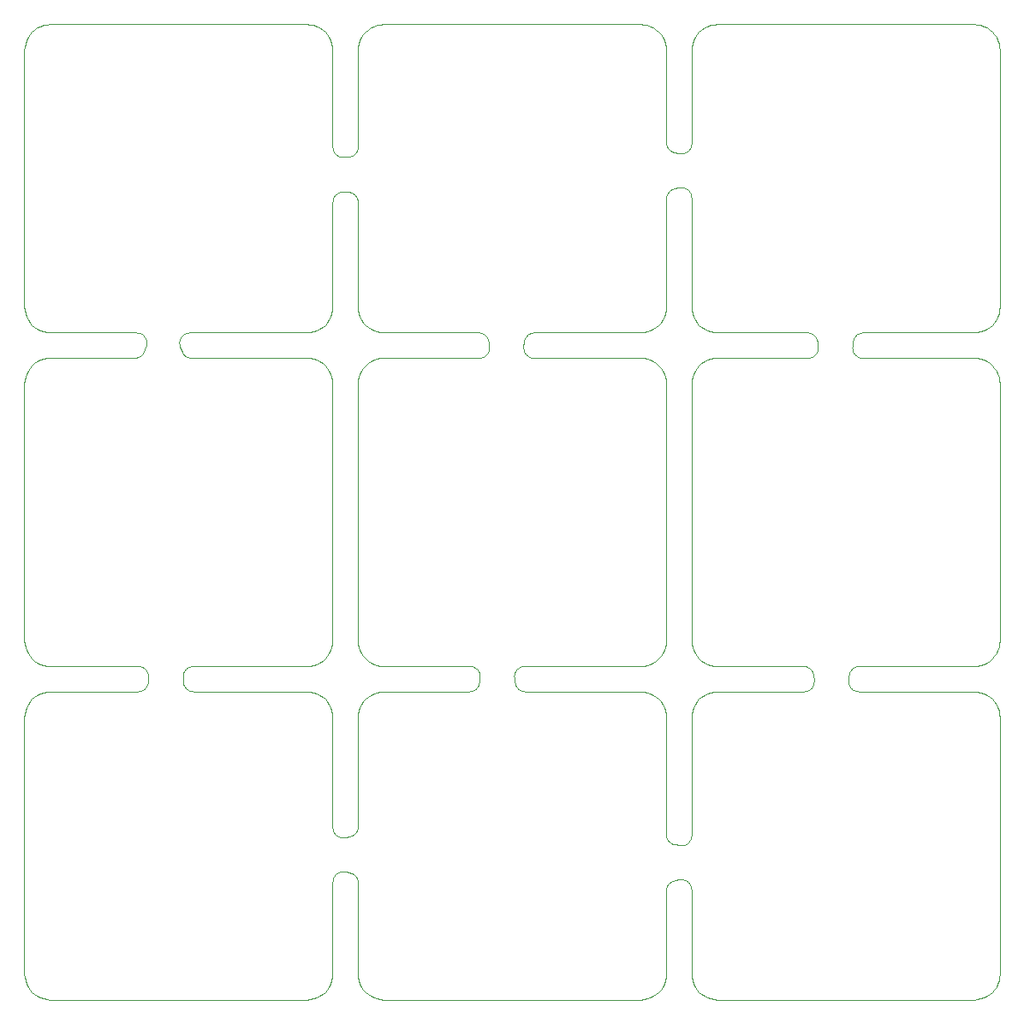
<source format=gko>
%MOIN*%
%OFA0B0*%
%FSLAX36Y36*%
%IPPOS*%
%LPD*%
%ADD10C,0*%
D10*
X002498425Y001099999D02*
X002498425Y001099999D01*
X002497569Y001113052D01*
X002495017Y001125882D01*
X002490812Y001138268D01*
X002485027Y001149999D01*
X002477760Y001160876D01*
X002469135Y001170710D01*
X002459300Y001179335D01*
X002448425Y001186602D01*
X002436693Y001192388D01*
X002424307Y001196592D01*
X002411477Y001199144D01*
X002398425Y001200000D01*
X001948627Y001200000D01*
X001945803Y001200101D01*
X001942994Y001200405D01*
X001940214Y001200909D01*
X001937477Y001201611D01*
X001934798Y001202508D01*
X001932190Y001203595D01*
X001929667Y001204866D01*
X001927241Y001206315D01*
X001924925Y001207934D01*
X001922732Y001209715D01*
X001920671Y001211648D01*
X001918755Y001213725D01*
X001916993Y001215933D01*
X001915393Y001218262D01*
X001913965Y001220700D01*
X001912715Y001223234D01*
X001911651Y001225851D01*
X001910776Y001228538D01*
X001910097Y001231281D01*
X001909616Y001234065D01*
X001906939Y001253750D01*
X001906629Y001257093D01*
X001906605Y001260450D01*
X001906867Y001263797D01*
X001907413Y001267109D01*
X001908239Y001270363D01*
X001909340Y001273535D01*
X001910707Y001276601D01*
X001912330Y001279540D01*
X001914197Y001282329D01*
X001916295Y001284950D01*
X001918609Y001287382D01*
X001921122Y001289609D01*
X001923815Y001291613D01*
X001926670Y001293380D01*
X001929664Y001294898D01*
X001932777Y001296155D01*
X001935985Y001297143D01*
X001939267Y001297853D01*
X001942596Y001298281D01*
X001945950Y001298425D01*
X002398425Y001298425D01*
X002411477Y001299281D01*
X002424307Y001301832D01*
X002436693Y001306037D01*
X002448425Y001311822D01*
X002459300Y001319090D01*
X002469135Y001327714D01*
X002477760Y001337549D01*
X002485027Y001348425D01*
X002490812Y001360157D01*
X002495017Y001372543D01*
X002497569Y001385372D01*
X002498425Y001398425D01*
X002498425Y002398425D01*
X002497569Y002411478D01*
X002495017Y002424307D01*
X002490812Y002436693D01*
X002485027Y002448425D01*
X002477760Y002459301D01*
X002469135Y002469136D01*
X002459300Y002477760D01*
X002448425Y002485027D01*
X002436693Y002490813D01*
X002424307Y002495018D01*
X002411477Y002497569D01*
X002398425Y002498425D01*
X001982460Y002498425D01*
X001979203Y002498560D01*
X001975968Y002498964D01*
X001972777Y002499634D01*
X001969653Y002500566D01*
X001966616Y002501753D01*
X001963689Y002503188D01*
X001960890Y002504860D01*
X001958239Y002506757D01*
X001955754Y002508868D01*
X001953452Y002511177D01*
X001951349Y002513668D01*
X001949459Y002516325D01*
X001947796Y002519129D01*
X001946371Y002522061D01*
X001945193Y002525101D01*
X001944270Y002528228D01*
X001943609Y002531421D01*
X001943215Y002534657D01*
X001943090Y002537915D01*
X001943235Y002541172D01*
X001944930Y002560857D01*
X001945289Y002563757D01*
X001945861Y002566623D01*
X001946645Y002569438D01*
X001947635Y002572188D01*
X001948827Y002574856D01*
X001950213Y002577429D01*
X001951786Y002579891D01*
X001953538Y002582231D01*
X001955458Y002584434D01*
X001957537Y002586488D01*
X001959762Y002588383D01*
X001962121Y002590107D01*
X001964602Y002591651D01*
X001967191Y002593008D01*
X001969873Y002594168D01*
X001972634Y002595126D01*
X001975458Y002595877D01*
X001978330Y002596417D01*
X001981235Y002596741D01*
X001984155Y002596850D01*
X002398425Y002596850D01*
X002411477Y002597706D01*
X002424307Y002600257D01*
X002436693Y002604462D01*
X002448425Y002610247D01*
X002459300Y002617515D01*
X002469135Y002626139D01*
X002477760Y002635974D01*
X002485027Y002646850D01*
X002490812Y002658582D01*
X002495017Y002670968D01*
X002497569Y002683798D01*
X002498425Y002696850D01*
X002498425Y003118705D01*
X002498514Y003121360D01*
X002498783Y003124003D01*
X002499229Y003126621D01*
X002499850Y003129204D01*
X002500645Y003131739D01*
X002501608Y003134214D01*
X002502736Y003136619D01*
X002504024Y003138942D01*
X002505466Y003141174D01*
X002507054Y003143303D01*
X002508783Y003145319D01*
X002510644Y003147215D01*
X002512628Y003148981D01*
X002514727Y003150609D01*
X002516931Y003152092D01*
X002519230Y003153423D01*
X002521613Y003154596D01*
X002524070Y003155606D01*
X002526590Y003156447D01*
X002529161Y003157117D01*
X002548846Y003161542D01*
X002552317Y003162160D01*
X002555830Y003162465D01*
X002559356Y003162455D01*
X002562868Y003162130D01*
X002566335Y003161491D01*
X002569732Y003160545D01*
X002573031Y003159299D01*
X002576205Y003157762D01*
X002579228Y003155948D01*
X002582077Y003153870D01*
X002584729Y003151546D01*
X002587163Y003148994D01*
X002589358Y003146234D01*
X002591297Y003143289D01*
X002592965Y003140183D01*
X002594349Y003136939D01*
X002595436Y003133585D01*
X002596220Y003130147D01*
X002596692Y003126653D01*
X002596850Y003123130D01*
X002596850Y002696850D01*
X002597706Y002683798D01*
X002600257Y002670968D01*
X002604461Y002658582D01*
X002610247Y002646850D01*
X002617514Y002635974D01*
X002626139Y002626139D01*
X002635973Y002617515D01*
X002646850Y002610247D01*
X002658581Y002604462D01*
X002670968Y002600257D01*
X002683797Y002597706D01*
X002696850Y002596850D01*
X003047978Y002596850D01*
X003050898Y002596741D01*
X003053803Y002596417D01*
X003056675Y002595877D01*
X003059499Y002595126D01*
X003062260Y002594168D01*
X003064942Y002593008D01*
X003067531Y002591651D01*
X003070012Y002590107D01*
X003072371Y002588383D01*
X003074596Y002586488D01*
X003076675Y002584434D01*
X003078595Y002582231D01*
X003080347Y002579891D01*
X003081920Y002577429D01*
X003083306Y002574856D01*
X003084498Y002572188D01*
X003085488Y002569438D01*
X003086272Y002566623D01*
X003086844Y002563757D01*
X003087203Y002560857D01*
X003088898Y002541172D01*
X003089043Y002537915D01*
X003088918Y002534657D01*
X003088524Y002531421D01*
X003087863Y002528228D01*
X003086940Y002525101D01*
X003085762Y002522061D01*
X003084337Y002519129D01*
X003082674Y002516325D01*
X003080784Y002513668D01*
X003078681Y002511177D01*
X003076379Y002508868D01*
X003073894Y002506757D01*
X003071243Y002504860D01*
X003068444Y002503188D01*
X003065517Y002501753D01*
X003062480Y002500566D01*
X003059356Y002499634D01*
X003056165Y002498964D01*
X003052930Y002498560D01*
X003049673Y002498425D01*
X002696850Y002498425D01*
X002683797Y002497569D01*
X002670968Y002495018D01*
X002658581Y002490813D01*
X002646850Y002485027D01*
X002635973Y002477760D01*
X002626139Y002469136D01*
X002617514Y002459301D01*
X002610247Y002448425D01*
X002604461Y002436693D01*
X002600257Y002424307D01*
X002597706Y002411478D01*
X002596850Y002398425D01*
X002596850Y001398425D01*
X002597706Y001385372D01*
X002600257Y001372543D01*
X002604461Y001360157D01*
X002610247Y001348425D01*
X002617514Y001337549D01*
X002626139Y001327714D01*
X002635973Y001319090D01*
X002646850Y001311822D01*
X002658581Y001306037D01*
X002670968Y001301832D01*
X002683797Y001299281D01*
X002696850Y001298425D01*
X003032391Y001298425D01*
X003035277Y001298319D01*
X003038148Y001298001D01*
X003040988Y001297474D01*
X003043782Y001296741D01*
X003046514Y001295804D01*
X003049170Y001294670D01*
X003051736Y001293344D01*
X003054198Y001291833D01*
X003056543Y001290146D01*
X003058757Y001288292D01*
X003060830Y001286280D01*
X003062749Y001284122D01*
X003064505Y001281829D01*
X003066089Y001279413D01*
X003067490Y001276887D01*
X003068703Y001274266D01*
X003069721Y001271563D01*
X003070538Y001268792D01*
X003071149Y001265969D01*
X003071551Y001263109D01*
X003073590Y001243424D01*
X003073791Y001240136D01*
X003073718Y001236843D01*
X003073369Y001233567D01*
X003072748Y001230332D01*
X003071858Y001227160D01*
X003070706Y001224074D01*
X003069300Y001221094D01*
X003067650Y001218243D01*
X003065768Y001215540D01*
X003063666Y001213003D01*
X003061360Y001210651D01*
X003058864Y001208500D01*
X003056198Y001206566D01*
X003053380Y001204861D01*
X003050428Y001203397D01*
X003047365Y001202185D01*
X003044211Y001201234D01*
X003040989Y001200550D01*
X003037720Y001200137D01*
X003034429Y001200000D01*
X002696850Y001200000D01*
X002683797Y001199144D01*
X002670968Y001196592D01*
X002658581Y001192388D01*
X002646850Y001186602D01*
X002635973Y001179335D01*
X002626139Y001170710D01*
X002617514Y001160876D01*
X002610247Y001149999D01*
X002604461Y001138268D01*
X002600257Y001125882D01*
X002597706Y001113052D01*
X002596850Y001099999D01*
X002596850Y000639679D01*
X002596702Y000636263D01*
X002596257Y000632872D01*
X002595520Y000629533D01*
X002594496Y000626270D01*
X002593193Y000623108D01*
X002591620Y000620072D01*
X002589790Y000617183D01*
X002587716Y000614464D01*
X002585413Y000611935D01*
X002582901Y000609616D01*
X002580196Y000607523D01*
X002577320Y000605673D01*
X002574294Y000604080D01*
X002571141Y000602755D01*
X002567885Y000601709D01*
X002564551Y000600949D01*
X002561164Y000600482D01*
X002557748Y000600310D01*
X002554331Y000600435D01*
X002550937Y000600857D01*
X002531252Y000604174D01*
X002528545Y000604729D01*
X002525884Y000605472D01*
X002523282Y000606399D01*
X002520751Y000607507D01*
X002518304Y000608790D01*
X002515953Y000610241D01*
X002513709Y000611854D01*
X002511584Y000613620D01*
X002509588Y000615530D01*
X002507732Y000617576D01*
X002506023Y000619747D01*
X002504470Y000622033D01*
X002503082Y000624422D01*
X002501865Y000626902D01*
X002500825Y000629461D01*
X002499966Y000632088D01*
X002499294Y000634767D01*
X002498812Y000637488D01*
X002498522Y000640236D01*
X002498425Y000642997D01*
X002498425Y001099999D01*
X001199999Y001099999D02*
X001199999Y001099999D01*
X001199143Y001113052D01*
X001196592Y001125882D01*
X001192387Y001138268D01*
X001186602Y001149999D01*
X001179335Y001160876D01*
X001170710Y001170710D01*
X001160875Y001179335D01*
X001149999Y001186602D01*
X001138267Y001192388D01*
X001125881Y001196592D01*
X001113051Y001199144D01*
X001100000Y001200000D01*
X000657068Y001200000D01*
X000654026Y001200117D01*
X000651002Y001200470D01*
X000648014Y001201055D01*
X000645080Y001201869D01*
X000642218Y001202908D01*
X000639445Y001204164D01*
X000636777Y001205631D01*
X000634231Y001207300D01*
X000631821Y001209161D01*
X000629562Y001211202D01*
X000627467Y001213412D01*
X000625550Y001215777D01*
X000623821Y001218283D01*
X000622291Y001220916D01*
X000620969Y001223658D01*
X000619863Y001226495D01*
X000618979Y001229408D01*
X000618323Y001232381D01*
X000617899Y001235396D01*
X000617709Y001238435D01*
X000617242Y001258120D01*
X000617292Y001261258D01*
X000617593Y001264381D01*
X000618141Y001267471D01*
X000618933Y001270507D01*
X000619965Y001273471D01*
X000621230Y001276343D01*
X000622719Y001279105D01*
X000624423Y001281740D01*
X000626332Y001284230D01*
X000628434Y001286561D01*
X000630714Y001288717D01*
X000633158Y001290684D01*
X000635752Y001292451D01*
X000638478Y001294005D01*
X000641319Y001295338D01*
X000644257Y001296439D01*
X000647274Y001297304D01*
X000650350Y001297925D01*
X000653465Y001298300D01*
X000656601Y001298425D01*
X001100000Y001298425D01*
X001113051Y001299281D01*
X001125881Y001301832D01*
X001138267Y001306037D01*
X001149999Y001311822D01*
X001160875Y001319090D01*
X001170710Y001327714D01*
X001179335Y001337549D01*
X001186602Y001348425D01*
X001192387Y001360157D01*
X001196592Y001372543D01*
X001199143Y001385372D01*
X001199999Y001398425D01*
X001199999Y002398425D01*
X001199143Y002411478D01*
X001196592Y002424307D01*
X001192387Y002436693D01*
X001186602Y002448425D01*
X001179335Y002459301D01*
X001170710Y002469136D01*
X001160875Y002477760D01*
X001149999Y002485027D01*
X001138267Y002490813D01*
X001125881Y002495018D01*
X001113051Y002497569D01*
X001100000Y002498425D01*
X000650031Y002498425D01*
X000647680Y002498495D01*
X000645337Y002498706D01*
X000643011Y002499056D01*
X000640709Y002499544D01*
X000638441Y002500169D01*
X000636215Y002500929D01*
X000634037Y002501820D01*
X000631917Y002502839D01*
X000629862Y002503984D01*
X000627878Y002505249D01*
X000625974Y002506630D01*
X000624156Y002508122D01*
X000622430Y002509721D01*
X000620802Y002511420D01*
X000619279Y002513212D01*
X000617866Y002515093D01*
X000616567Y002517055D01*
X000615388Y002519091D01*
X000614333Y002521193D01*
X000613405Y002523355D01*
X000605644Y002543040D01*
X000604415Y002546667D01*
X000603543Y002550396D01*
X000603038Y002554193D01*
X000602904Y002558020D01*
X000603143Y002561843D01*
X000603752Y002565624D01*
X000604726Y002569328D01*
X000606054Y002572920D01*
X000607726Y002576366D01*
X000609724Y002579633D01*
X000612031Y002582690D01*
X000614624Y002585509D01*
X000617478Y002588063D01*
X000620567Y002590327D01*
X000623861Y002592280D01*
X000627329Y002593904D01*
X000630939Y002595184D01*
X000634656Y002596106D01*
X000638445Y002596664D01*
X000642271Y002596850D01*
X001100000Y002596850D01*
X001113051Y002597706D01*
X001125881Y002600257D01*
X001138267Y002604462D01*
X001149999Y002610247D01*
X001160875Y002617515D01*
X001170710Y002626139D01*
X001179335Y002635974D01*
X001186602Y002646850D01*
X001192387Y002658582D01*
X001196592Y002670968D01*
X001199143Y002683798D01*
X001199999Y002696850D01*
X001199999Y003105835D01*
X001200128Y003109017D01*
X001200514Y003112178D01*
X001201154Y003115297D01*
X001202043Y003118355D01*
X001203177Y003121331D01*
X001204548Y003124205D01*
X001206147Y003126959D01*
X001207963Y003129575D01*
X001209984Y003132036D01*
X001212198Y003134325D01*
X001214590Y003136428D01*
X001217143Y003138331D01*
X001219842Y003140021D01*
X001222669Y003141487D01*
X001225605Y003142720D01*
X001228631Y003143712D01*
X001231728Y003144456D01*
X001234874Y003144947D01*
X001238050Y003145183D01*
X001241234Y003145161D01*
X001260920Y003144227D01*
X001263907Y003143971D01*
X001266866Y003143489D01*
X001269780Y003142782D01*
X001272631Y003141856D01*
X001275404Y003140716D01*
X001278082Y003139368D01*
X001280650Y003137820D01*
X001283092Y003136082D01*
X001285395Y003134162D01*
X001287545Y003132073D01*
X001289530Y003129826D01*
X001291339Y003127435D01*
X001292960Y003124912D01*
X001294384Y003122274D01*
X001295604Y003119536D01*
X001296612Y003116712D01*
X001297401Y003113820D01*
X001297969Y003110876D01*
X001298311Y003107897D01*
X001298425Y003104901D01*
X001298425Y002696850D01*
X001299280Y002683798D01*
X001301832Y002670968D01*
X001306036Y002658582D01*
X001311822Y002646850D01*
X001319089Y002635974D01*
X001327714Y002626139D01*
X001337548Y002617515D01*
X001348424Y002610247D01*
X001360156Y002604462D01*
X001372542Y002600257D01*
X001385372Y002597706D01*
X001398425Y002596850D01*
X001767760Y002596850D01*
X001770681Y002596741D01*
X001773585Y002596417D01*
X001776457Y002595877D01*
X001779281Y002595126D01*
X001782042Y002594168D01*
X001784724Y002593008D01*
X001787313Y002591651D01*
X001789794Y002590107D01*
X001792153Y002588383D01*
X001794378Y002586488D01*
X001796457Y002584434D01*
X001798377Y002582231D01*
X001800129Y002579891D01*
X001801702Y002577429D01*
X001803088Y002574856D01*
X001804280Y002572188D01*
X001805270Y002569438D01*
X001806054Y002566623D01*
X001806627Y002563757D01*
X001806985Y002560857D01*
X001808680Y002541172D01*
X001808825Y002537915D01*
X001808700Y002534657D01*
X001808306Y002531421D01*
X001807645Y002528228D01*
X001806723Y002525101D01*
X001805544Y002522061D01*
X001804119Y002519129D01*
X001802456Y002516325D01*
X001800566Y002513668D01*
X001798463Y002511177D01*
X001796161Y002508868D01*
X001793676Y002506757D01*
X001791025Y002504860D01*
X001788226Y002503188D01*
X001785299Y002501753D01*
X001782262Y002500566D01*
X001779138Y002499634D01*
X001775948Y002498964D01*
X001772712Y002498560D01*
X001769455Y002498425D01*
X001398425Y002498425D01*
X001385372Y002497569D01*
X001372542Y002495018D01*
X001360156Y002490813D01*
X001348424Y002485027D01*
X001337548Y002477760D01*
X001327714Y002469136D01*
X001319089Y002459301D01*
X001311822Y002448425D01*
X001306036Y002436693D01*
X001301832Y002424307D01*
X001299280Y002411478D01*
X001298425Y002398425D01*
X001298425Y001398425D01*
X001299280Y001385372D01*
X001301832Y001372543D01*
X001306036Y001360157D01*
X001311822Y001348425D01*
X001319089Y001337549D01*
X001327714Y001327714D01*
X001337548Y001319090D01*
X001348424Y001311822D01*
X001360156Y001306037D01*
X001372542Y001301832D01*
X001385372Y001299281D01*
X001398425Y001298425D01*
X001733985Y001298425D01*
X001737339Y001298281D01*
X001740668Y001297853D01*
X001743950Y001297143D01*
X001747158Y001296155D01*
X001750271Y001294898D01*
X001753265Y001293380D01*
X001756120Y001291613D01*
X001758813Y001289609D01*
X001761326Y001287382D01*
X001763640Y001284950D01*
X001765738Y001282329D01*
X001767606Y001279540D01*
X001769228Y001276601D01*
X001770595Y001273535D01*
X001771696Y001270363D01*
X001772522Y001267109D01*
X001773068Y001263797D01*
X001773330Y001260450D01*
X001773306Y001257093D01*
X001772996Y001253750D01*
X001770319Y001234065D01*
X001769838Y001231281D01*
X001769159Y001228538D01*
X001768284Y001225851D01*
X001767220Y001223234D01*
X001765970Y001220700D01*
X001764542Y001218262D01*
X001762942Y001215933D01*
X001761180Y001213725D01*
X001759264Y001211648D01*
X001757203Y001209715D01*
X001755010Y001207934D01*
X001752694Y001206315D01*
X001750268Y001204866D01*
X001747745Y001203595D01*
X001745137Y001202508D01*
X001742458Y001201611D01*
X001739721Y001200909D01*
X001736941Y001200405D01*
X001734132Y001200101D01*
X001731308Y001200000D01*
X001398425Y001200000D01*
X001385372Y001199144D01*
X001372542Y001196592D01*
X001360156Y001192388D01*
X001348424Y001186602D01*
X001337548Y001179335D01*
X001327714Y001170710D01*
X001319089Y001160876D01*
X001311822Y001149999D01*
X001306036Y001138268D01*
X001301832Y001125882D01*
X001299280Y001113052D01*
X001298425Y001099999D01*
X001298425Y000674265D01*
X001298334Y000671593D01*
X001298062Y000668934D01*
X001297611Y000666299D01*
X001296981Y000663702D01*
X001296177Y000661152D01*
X001295202Y000658664D01*
X001294060Y000656247D01*
X001292757Y000653913D01*
X001291298Y000651673D01*
X001289691Y000649537D01*
X001287942Y000647516D01*
X001286061Y000645617D01*
X001284055Y000643851D01*
X001281933Y000642224D01*
X001279707Y000640746D01*
X001277385Y000639422D01*
X001274978Y000638258D01*
X001272498Y000637261D01*
X001269956Y000636434D01*
X001267364Y000635781D01*
X001247679Y000631531D01*
X001244219Y000630944D01*
X001240720Y000630667D01*
X001237211Y000630703D01*
X001233719Y000631052D01*
X001230271Y000631710D01*
X001226896Y000632672D01*
X001223620Y000633931D01*
X001220470Y000635477D01*
X001217469Y000637298D01*
X001214642Y000639378D01*
X001212012Y000641702D01*
X001209600Y000644251D01*
X001207424Y000647004D01*
X001205501Y000649940D01*
X001203848Y000653036D01*
X001202478Y000656267D01*
X001201400Y000659607D01*
X001200624Y000663030D01*
X001200156Y000666508D01*
X001199999Y000670014D01*
X001199999Y001099999D01*
X000099999Y000000000D02*
X000099999Y000000000D01*
X001100000Y000000000D01*
X001113051Y000000855D01*
X001125881Y000003407D01*
X001138267Y000007612D01*
X001149999Y000013397D01*
X001160875Y000020665D01*
X001170710Y000029289D01*
X001179335Y000039123D01*
X001186602Y000050000D01*
X001192387Y000061731D01*
X001196592Y000074118D01*
X001199143Y000086947D01*
X001199999Y000099999D01*
X001199999Y000459768D01*
X001200156Y000463274D01*
X001200624Y000466752D01*
X001201400Y000470175D01*
X001202478Y000473515D01*
X001203848Y000476746D01*
X001205501Y000479842D01*
X001207424Y000482778D01*
X001209600Y000485532D01*
X001212012Y000488080D01*
X001214642Y000490404D01*
X001217469Y000492485D01*
X001220470Y000494305D01*
X001223620Y000495851D01*
X001226896Y000497110D01*
X001230271Y000498072D01*
X001233719Y000498731D01*
X001237211Y000499079D01*
X001240720Y000499115D01*
X001244219Y000498838D01*
X001247679Y000498251D01*
X001267364Y000494001D01*
X001269956Y000493348D01*
X001272498Y000492521D01*
X001274978Y000491524D01*
X001277385Y000490361D01*
X001279707Y000489036D01*
X001281933Y000487558D01*
X001284055Y000485932D01*
X001286061Y000484165D01*
X001287942Y000482267D01*
X001289691Y000480245D01*
X001291298Y000478109D01*
X001292757Y000475869D01*
X001294060Y000473535D01*
X001295202Y000471119D01*
X001296177Y000468630D01*
X001296981Y000466081D01*
X001297611Y000463483D01*
X001298062Y000460848D01*
X001298334Y000458189D01*
X001298425Y000455518D01*
X001298425Y000099999D01*
X001299280Y000086947D01*
X001301832Y000074118D01*
X001306036Y000061731D01*
X001311822Y000050000D01*
X001319089Y000039123D01*
X001327714Y000029289D01*
X001337548Y000020665D01*
X001348424Y000013397D01*
X001360156Y000007612D01*
X001372542Y000003407D01*
X001385372Y000000855D01*
X001398425Y000000000D01*
X002398425Y000000000D01*
X002411477Y000000855D01*
X002424307Y000003407D01*
X002436693Y000007612D01*
X002448425Y000013397D01*
X002459300Y000020665D01*
X002469135Y000029289D01*
X002477760Y000039123D01*
X002485027Y000050000D01*
X002490812Y000061731D01*
X002495017Y000074118D01*
X002497569Y000086947D01*
X002498425Y000099999D01*
X002498425Y000425088D01*
X002498522Y000427849D01*
X002498812Y000430597D01*
X002499294Y000433317D01*
X002499966Y000435997D01*
X002500825Y000438624D01*
X002501865Y000441183D01*
X002503082Y000443663D01*
X002504470Y000446052D01*
X002506023Y000448338D01*
X002507732Y000450509D01*
X002509588Y000452555D01*
X002511584Y000454465D01*
X002513709Y000456231D01*
X002515953Y000457844D01*
X002518304Y000459295D01*
X002520751Y000460578D01*
X002523282Y000461686D01*
X002525884Y000462613D01*
X002528545Y000463356D01*
X002531252Y000463911D01*
X002550937Y000467228D01*
X002554331Y000467650D01*
X002557748Y000467775D01*
X002561164Y000467603D01*
X002564551Y000467136D01*
X002567885Y000466376D01*
X002571141Y000465330D01*
X002574294Y000464005D01*
X002577320Y000462412D01*
X002580196Y000460562D01*
X002582901Y000458469D01*
X002585413Y000456150D01*
X002587716Y000453621D01*
X002589790Y000450902D01*
X002591620Y000448013D01*
X002593193Y000444977D01*
X002594496Y000441815D01*
X002595520Y000438552D01*
X002596257Y000435213D01*
X002596702Y000431822D01*
X002596850Y000428406D01*
X002596850Y000099999D01*
X002597706Y000086947D01*
X002600257Y000074118D01*
X002604461Y000061731D01*
X002610247Y000050000D01*
X002617514Y000039123D01*
X002626139Y000029289D01*
X002635973Y000020665D01*
X002646850Y000013397D01*
X002658581Y000007612D01*
X002670968Y000003407D01*
X002683797Y000000855D01*
X002696850Y000000000D01*
X003696850Y000000000D01*
X003709902Y000000855D01*
X003722732Y000003407D01*
X003735118Y000007612D01*
X003746850Y000013397D01*
X003757726Y000020665D01*
X003767560Y000029289D01*
X003776185Y000039123D01*
X003783452Y000050000D01*
X003789237Y000061731D01*
X003793442Y000074118D01*
X003795994Y000086947D01*
X003796850Y000099999D01*
X003796850Y001099999D01*
X003795994Y001113052D01*
X003793442Y001125882D01*
X003789237Y001138268D01*
X003783452Y001149999D01*
X003776185Y001160876D01*
X003767560Y001170710D01*
X003757726Y001179335D01*
X003746850Y001186602D01*
X003735118Y001192388D01*
X003722732Y001196592D01*
X003709902Y001199144D01*
X003696850Y001200000D01*
X003247074Y001200000D01*
X003243782Y001200137D01*
X003240514Y001200550D01*
X003237291Y001201234D01*
X003234138Y001202185D01*
X003231074Y001203397D01*
X003228123Y001204861D01*
X003225304Y001206566D01*
X003222638Y001208500D01*
X003220143Y001210651D01*
X003217836Y001213003D01*
X003215734Y001215540D01*
X003213852Y001218243D01*
X003212202Y001221094D01*
X003210796Y001224074D01*
X003209645Y001227160D01*
X003208755Y001230332D01*
X003208133Y001233567D01*
X003207785Y001236843D01*
X003207711Y001240136D01*
X003207913Y001243424D01*
X003209951Y001263109D01*
X003210354Y001265969D01*
X003210965Y001268792D01*
X003211781Y001271563D01*
X003212799Y001274266D01*
X003214012Y001276887D01*
X003215414Y001279413D01*
X003216997Y001281829D01*
X003218753Y001284122D01*
X003220673Y001286280D01*
X003222745Y001288292D01*
X003224960Y001290146D01*
X003227304Y001291833D01*
X003229766Y001293344D01*
X003232332Y001294670D01*
X003234988Y001295804D01*
X003237721Y001296741D01*
X003240514Y001297474D01*
X003243354Y001298001D01*
X003246225Y001298319D01*
X003249112Y001298425D01*
X003696850Y001298425D01*
X003709902Y001299281D01*
X003722732Y001301832D01*
X003735118Y001306037D01*
X003746850Y001311822D01*
X003757726Y001319090D01*
X003767560Y001327714D01*
X003776185Y001337549D01*
X003783452Y001348425D01*
X003789237Y001360157D01*
X003793442Y001372543D01*
X003795994Y001385372D01*
X003796850Y001398425D01*
X003796850Y002398425D01*
X003795994Y002411478D01*
X003793442Y002424307D01*
X003789237Y002436693D01*
X003783452Y002448425D01*
X003776185Y002459301D01*
X003767560Y002469136D01*
X003757726Y002477760D01*
X003746850Y002485027D01*
X003735118Y002490813D01*
X003722732Y002495018D01*
X003709902Y002497569D01*
X003696850Y002498425D01*
X003262678Y002498425D01*
X003259421Y002498560D01*
X003256186Y002498964D01*
X003252995Y002499634D01*
X003249871Y002500566D01*
X003246834Y002501753D01*
X003243907Y002503188D01*
X003241108Y002504860D01*
X003238457Y002506757D01*
X003235972Y002508868D01*
X003233670Y002511177D01*
X003231567Y002513668D01*
X003229677Y002516325D01*
X003228014Y002519129D01*
X003226589Y002522061D01*
X003225410Y002525101D01*
X003224488Y002528228D01*
X003223827Y002531421D01*
X003223433Y002534657D01*
X003223308Y002537915D01*
X003223453Y002541172D01*
X003225148Y002560857D01*
X003225506Y002563757D01*
X003226079Y002566623D01*
X003226863Y002569438D01*
X003227853Y002572188D01*
X003229045Y002574856D01*
X003230431Y002577429D01*
X003232004Y002579891D01*
X003233756Y002582231D01*
X003235676Y002584434D01*
X003237755Y002586488D01*
X003239980Y002588383D01*
X003242339Y002590107D01*
X003244820Y002591651D01*
X003247409Y002593008D01*
X003250091Y002594168D01*
X003252852Y002595126D01*
X003255676Y002595877D01*
X003258548Y002596417D01*
X003261453Y002596741D01*
X003264373Y002596850D01*
X003696850Y002596850D01*
X003709902Y002597706D01*
X003722732Y002600257D01*
X003735118Y002604462D01*
X003746850Y002610247D01*
X003757726Y002617515D01*
X003767560Y002626139D01*
X003776185Y002635974D01*
X003783452Y002646850D01*
X003789237Y002658582D01*
X003793442Y002670968D01*
X003795994Y002683798D01*
X003796850Y002696850D01*
X003796850Y003696850D01*
X003795994Y003709903D01*
X003793442Y003722732D01*
X003789237Y003735119D01*
X003783452Y003746850D01*
X003776185Y003757726D01*
X003767560Y003767561D01*
X003757726Y003776185D01*
X003746850Y003783453D01*
X003735118Y003789238D01*
X003722732Y003793443D01*
X003709902Y003795994D01*
X003696850Y003796850D01*
X002696850Y003796850D01*
X002683797Y003795994D01*
X002670968Y003793443D01*
X002658581Y003789238D01*
X002646850Y003783453D01*
X002635973Y003776185D01*
X002626139Y003767561D01*
X002617514Y003757726D01*
X002610247Y003746850D01*
X002604461Y003735119D01*
X002600257Y003722732D01*
X002597706Y003709903D01*
X002596850Y003696850D01*
X002596850Y003333181D01*
X002596692Y003329659D01*
X002596220Y003326164D01*
X002595436Y003322726D01*
X002594349Y003319372D01*
X002592965Y003316128D01*
X002591297Y003313022D01*
X002589358Y003310077D01*
X002587163Y003307317D01*
X002584729Y003304765D01*
X002582077Y003302441D01*
X002579228Y003300363D01*
X002576205Y003298549D01*
X002573031Y003297012D01*
X002569732Y003295766D01*
X002566335Y003294820D01*
X002562868Y003294181D01*
X002559356Y003293856D01*
X002555830Y003293846D01*
X002552317Y003294151D01*
X002548846Y003294770D01*
X002529161Y003299194D01*
X002526590Y003299864D01*
X002524070Y003300706D01*
X002521613Y003301715D01*
X002519230Y003302888D01*
X002516931Y003304219D01*
X002514727Y003305702D01*
X002512628Y003307330D01*
X002510644Y003309096D01*
X002508783Y003310992D01*
X002507054Y003313009D01*
X002505466Y003315137D01*
X002504024Y003317369D01*
X002502736Y003319692D01*
X002501608Y003322097D01*
X002500645Y003324572D01*
X002499850Y003327107D01*
X002499229Y003329690D01*
X002498783Y003332308D01*
X002498514Y003334951D01*
X002498425Y003337606D01*
X002498425Y003696850D01*
X002497569Y003709903D01*
X002495017Y003722732D01*
X002490812Y003735119D01*
X002485027Y003746850D01*
X002477760Y003757726D01*
X002469135Y003767561D01*
X002459300Y003776185D01*
X002448425Y003783453D01*
X002436693Y003789238D01*
X002424307Y003793443D01*
X002411477Y003795994D01*
X002398425Y003796850D01*
X001398425Y003796850D01*
X001385372Y003795994D01*
X001372542Y003793443D01*
X001360156Y003789238D01*
X001348424Y003783453D01*
X001337548Y003776185D01*
X001327714Y003767561D01*
X001319089Y003757726D01*
X001311822Y003746850D01*
X001306036Y003735119D01*
X001301832Y003722732D01*
X001299280Y003709903D01*
X001298425Y003696850D01*
X001298425Y003320561D01*
X001298311Y003317565D01*
X001297969Y003314587D01*
X001297401Y003311643D01*
X001296612Y003308751D01*
X001295604Y003305927D01*
X001294384Y003303188D01*
X001292960Y003300550D01*
X001291339Y003298028D01*
X001289530Y003295637D01*
X001287545Y003293390D01*
X001285395Y003291300D01*
X001283092Y003289381D01*
X001280650Y003287642D01*
X001278082Y003286094D01*
X001275404Y003284746D01*
X001272631Y003283606D01*
X001269780Y003282680D01*
X001266866Y003281974D01*
X001263907Y003281491D01*
X001260920Y003281235D01*
X001241234Y003280302D01*
X001238050Y003280280D01*
X001234874Y003280515D01*
X001231728Y003281007D01*
X001228631Y003281750D01*
X001225605Y003282742D01*
X001222669Y003283975D01*
X001219842Y003285442D01*
X001217143Y003287132D01*
X001214590Y003289034D01*
X001212198Y003291137D01*
X001209984Y003293427D01*
X001207963Y003295887D01*
X001206147Y003298503D01*
X001204548Y003301257D01*
X001203177Y003304132D01*
X001202043Y003307108D01*
X001201154Y003310165D01*
X001200514Y003313285D01*
X001200128Y003316446D01*
X001199999Y003319628D01*
X001199999Y003696850D01*
X001199143Y003709903D01*
X001196592Y003722732D01*
X001192387Y003735119D01*
X001186602Y003746850D01*
X001179335Y003757726D01*
X001170710Y003767561D01*
X001160875Y003776185D01*
X001149999Y003783453D01*
X001138267Y003789238D01*
X001125881Y003793443D01*
X001113051Y003795994D01*
X001100000Y003796850D01*
X000099999Y003796850D01*
X000086947Y003795994D01*
X000074117Y003793443D01*
X000061731Y003789238D01*
X000049999Y003783453D01*
X000039123Y003776185D01*
X000029289Y003767561D01*
X000020664Y003757726D01*
X000013397Y003746850D01*
X000007611Y003735119D01*
X000003406Y003722732D01*
X000000855Y003709903D01*
X000000000Y003696850D01*
X000000000Y002696850D01*
X000000855Y002683798D01*
X000003406Y002670968D01*
X000007611Y002658582D01*
X000013397Y002646850D01*
X000020664Y002635974D01*
X000029289Y002626139D01*
X000039123Y002617515D01*
X000049999Y002610247D01*
X000061731Y002604462D01*
X000074117Y002600257D01*
X000086947Y002597706D01*
X000099999Y002596850D01*
X000436097Y002596850D01*
X000439922Y002596664D01*
X000443712Y002596106D01*
X000447429Y002595184D01*
X000451039Y002593904D01*
X000454507Y002592280D01*
X000457801Y002590327D01*
X000460890Y002588063D01*
X000463744Y002585509D01*
X000466337Y002582690D01*
X000468643Y002579633D01*
X000470642Y002576366D01*
X000472313Y002572920D01*
X000473642Y002569328D01*
X000474616Y002565624D01*
X000475225Y002561843D01*
X000475464Y002558020D01*
X000475330Y002554193D01*
X000474825Y002550396D01*
X000473953Y002546667D01*
X000472724Y002543040D01*
X000464963Y002523355D01*
X000464035Y002521193D01*
X000462980Y002519091D01*
X000461801Y002517055D01*
X000460502Y002515093D01*
X000459089Y002513212D01*
X000457566Y002511420D01*
X000455938Y002509721D01*
X000454212Y002508122D01*
X000452394Y002506630D01*
X000450489Y002505249D01*
X000448506Y002503984D01*
X000446450Y002502839D01*
X000444330Y002501820D01*
X000442153Y002500929D01*
X000439926Y002500169D01*
X000437659Y002499544D01*
X000435357Y002499056D01*
X000433031Y002498706D01*
X000430688Y002498495D01*
X000428336Y002498425D01*
X000099999Y002498425D01*
X000086947Y002497569D01*
X000074117Y002495018D01*
X000061731Y002490813D01*
X000049999Y002485027D01*
X000039123Y002477760D01*
X000029289Y002469136D01*
X000020664Y002459301D01*
X000013397Y002448425D01*
X000007611Y002436693D01*
X000003406Y002424307D01*
X000000855Y002411478D01*
X000000000Y002398425D01*
X000000000Y001398425D01*
X000000855Y001385372D01*
X000003406Y001372543D01*
X000007611Y001360157D01*
X000013397Y001348425D01*
X000020664Y001337549D01*
X000029289Y001327714D01*
X000039123Y001319090D01*
X000049999Y001311822D01*
X000061731Y001306037D01*
X000074117Y001301832D01*
X000086947Y001299281D01*
X000099999Y001298425D01*
X000442333Y001298425D01*
X000445468Y001298300D01*
X000448584Y001297925D01*
X000451660Y001297304D01*
X000454676Y001296439D01*
X000457615Y001295338D01*
X000460456Y001294005D01*
X000463182Y001292451D01*
X000465775Y001290684D01*
X000468220Y001288717D01*
X000470500Y001286561D01*
X000472601Y001284230D01*
X000474510Y001281740D01*
X000476215Y001279105D01*
X000477704Y001276343D01*
X000478968Y001273471D01*
X000480000Y001270507D01*
X000480793Y001267471D01*
X000481341Y001264381D01*
X000481641Y001261258D01*
X000481692Y001258120D01*
X000481224Y001238435D01*
X000481034Y001235396D01*
X000480610Y001232381D01*
X000479954Y001229408D01*
X000479071Y001226495D01*
X000477965Y001223658D01*
X000476642Y001220916D01*
X000475112Y001218283D01*
X000473384Y001215777D01*
X000471466Y001213412D01*
X000469372Y001211202D01*
X000467113Y001209161D01*
X000464703Y001207300D01*
X000462156Y001205631D01*
X000459489Y001204164D01*
X000456715Y001202908D01*
X000453853Y001201869D01*
X000450920Y001201055D01*
X000447932Y001200470D01*
X000444908Y001200117D01*
X000441865Y001200000D01*
X000099999Y001200000D01*
X000086947Y001199144D01*
X000074117Y001196592D01*
X000061731Y001192388D01*
X000049999Y001186602D01*
X000039123Y001179335D01*
X000029289Y001170710D01*
X000020664Y001160876D01*
X000013397Y001149999D01*
X000007611Y001138268D01*
X000003406Y001125882D01*
X000000855Y001113052D01*
X000000000Y001099999D01*
X000000000Y000099999D01*
X000000855Y000086947D01*
X000003406Y000074118D01*
X000007611Y000061731D01*
X000013397Y000050000D01*
X000020664Y000039123D01*
X000029289Y000029289D01*
X000039123Y000020665D01*
X000049999Y000013397D01*
X000061731Y000007612D01*
X000074117Y000003407D01*
X000086947Y000000855D01*
X000099999Y000000000D01*
M02*
</source>
